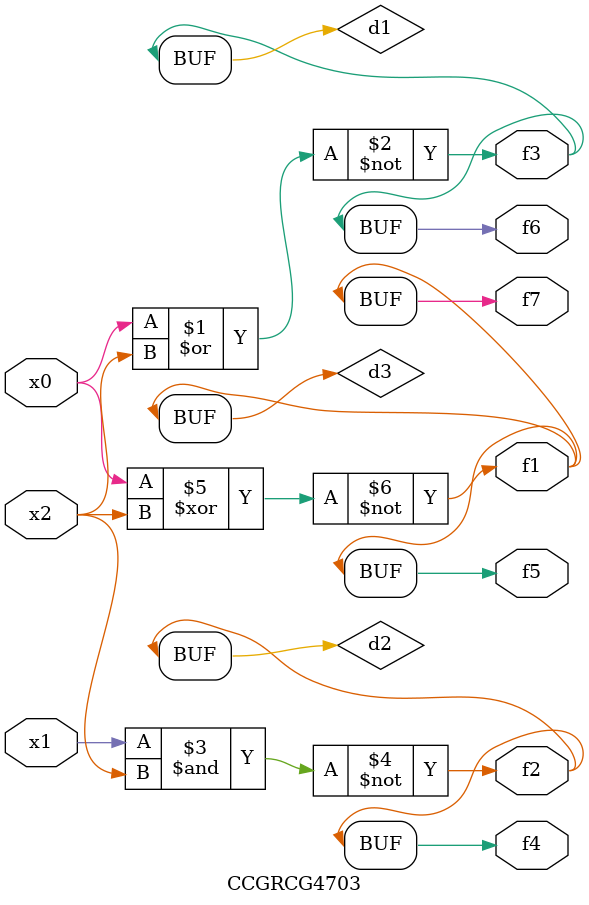
<source format=v>
module CCGRCG4703(
	input x0, x1, x2,
	output f1, f2, f3, f4, f5, f6, f7
);

	wire d1, d2, d3;

	nor (d1, x0, x2);
	nand (d2, x1, x2);
	xnor (d3, x0, x2);
	assign f1 = d3;
	assign f2 = d2;
	assign f3 = d1;
	assign f4 = d2;
	assign f5 = d3;
	assign f6 = d1;
	assign f7 = d3;
endmodule

</source>
